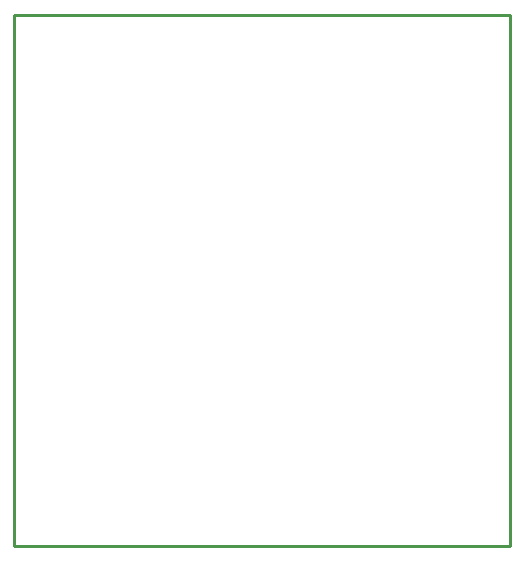
<source format=gko>
G04*
G04 #@! TF.GenerationSoftware,Altium Limited,Altium Designer,22.0.2 (36)*
G04*
G04 Layer_Color=16711935*
%FSLAX25Y25*%
%MOIN*%
G70*
G04*
G04 #@! TF.SameCoordinates,5F5B6C63-6FB6-4E28-9BE5-C2605847C7C1*
G04*
G04*
G04 #@! TF.FilePolarity,Positive*
G04*
G01*
G75*
%ADD14C,0.01000*%
D14*
X146Y-165D02*
X165500D01*
X146Y177000D02*
X165500D01*
Y-165D02*
Y177000D01*
X146Y-165D02*
Y177000D01*
M02*

</source>
